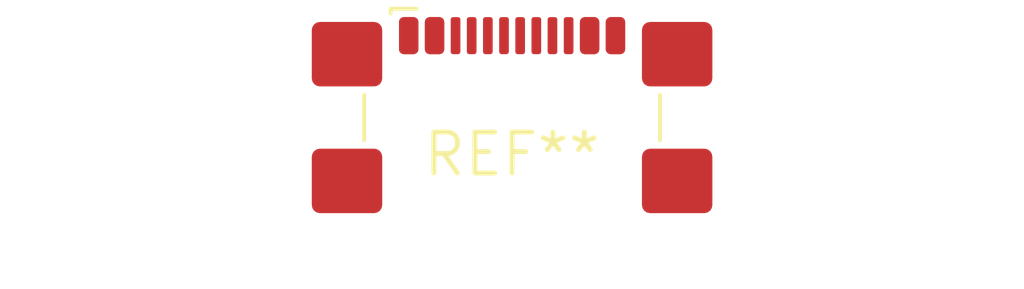
<source format=kicad_pcb>
(kicad_pcb (version 20240108) (generator pcbnew)
  (layers (0 "F.Cu" signal) (31 "B.Cu" signal) (34 "B.Paste" user) (35 "F.Paste" user) (36 "B.SilkS" user "B.Silkscreen") (37 "F.SilkS" user "F.Silkscreen") (38 "B.Mask" user) (39 "F.Mask" user) (44 "Edge.Cuts" user))
  (net 0 "")
  (footprint "USB_C_Receptacle_GCT_USB4110" (layer "F.Cu") (at 0 0)
    (property "Reference" "REF**")
    (property "Value" "USB_C_Receptacle_GCT_USB4110")
    (fp_line (start -4.58 -0.435) (end -4.58 -1.845) (layer "F.SilkS") (stroke (width 0.12)))
    (fp_line (start -3.76 -4.515) (end -3.76 -4.365) (layer "F.SilkS") (stroke (width 0.12)))
    (fp_line (start -2.96 -4.515) (end -3.76 -4.515) (layer "F.SilkS") (stroke (width 0.12)))
    (fp_line (start 4.58 -0.435) (end 4.58 -1.845) (layer "F.SilkS") (stroke (width 0.12)))
    (pad "" np_thru_hole circle (at -2.89 -2.605) (size 0.65 0.65) (drill 0.65) (layers F&B.Cu *.Mask))
    (pad "" np_thru_hole circle (at 2.89 -2.605) (size 0.65 0.65) (drill 0.65) (layers F&B.Cu *.Mask))
    (pad "A1" smd roundrect (at -3.2 -3.68) (size 0.6 1.15) (layers "F.Cu" "F.Paste" "F.Mask"))
    (pad "A4" smd roundrect (at -2.4 -3.68) (size 0.6 1.15) (layers "F.Cu" "F.Paste" "F.Mask"))
    (pad "A5" smd roundrect (at -1.25 -3.68) (size 0.3 1.15) (layers "F.Cu" "F.Paste" "F.Mask"))
    (pad "A6" smd roundrect (at -0.25 -3.68) (size 0.3 1.15) (layers "F.Cu" "F.Paste" "F.Mask"))
    (pad "A7" smd roundrect (at 0.25 -3.68) (size 0.3 1.15) (layers "F.Cu" "F.Paste" "F.Mask"))
    (pad "A8" smd roundrect (at 1.25 -3.68) (size 0.3 1.15) (layers "F.Cu" "F.Paste" "F.Mask"))
    (pad "A9" smd roundrect (at 2.4 -3.68) (size 0.6 1.15) (layers "F.Cu" "F.Paste" "F.Mask"))
    (pad "A12" smd roundrect (at 3.2 -3.68) (size 0.6 1.15) (layers "F.Cu" "F.Paste" "F.Mask"))
    (pad "B1" smd roundrect (at 3.2 -3.68) (size 0.6 1.15) (layers "F.Cu" "F.Paste" "F.Mask"))
    (pad "B4" smd roundrect (at 2.4 -3.68) (size 0.6 1.15) (layers "F.Cu" "F.Paste" "F.Mask"))
    (pad "B5" smd roundrect (at 1.75 -3.68) (size 0.3 1.15) (layers "F.Cu" "F.Paste" "F.Mask"))
    (pad "B6" smd roundrect (at 0.75 -3.68) (size 0.3 1.15) (layers "F.Cu" "F.Paste" "F.Mask"))
    (pad "B7" smd roundrect (at -0.75 -3.68) (size 0.3 1.15) (layers "F.Cu" "F.Paste" "F.Mask"))
    (pad "B8" smd roundrect (at -1.75 -3.68) (size 0.3 1.15) (layers "F.Cu" "F.Paste" "F.Mask"))
    (pad "B9" smd roundrect (at -2.4 -3.68) (size 0.6 1.15) (layers "F.Cu" "F.Paste" "F.Mask"))
    (pad "B12" smd roundrect (at -3.2 -3.68) (size 0.6 1.15) (layers "F.Cu" "F.Paste" "F.Mask"))
    (pad "S1" smd roundrect (at -5.11 -3.105) (size 2.18 2) (layers "F.Cu" "F.Paste" "F.Mask") (roundrect_rratio 0.125))
    (pad "S1" smd roundrect (at -5.11 0.825) (size 2.18 2) (layers "F.Cu" "F.Paste" "F.Mask") (roundrect_rratio 0.125))
    (pad "S1" smd roundrect (at 5.11 -3.105) (size 2.18 2) (layers "F.Cu" "F.Paste" "F.Mask") (roundrect_rratio 0.125))
    (pad "S1" smd roundrect (at 5.11 0.825) (size 2.18 2) (layers "F.Cu" "F.Paste" "F.Mask") (roundrect_rratio 0.125))
  )
)
</source>
